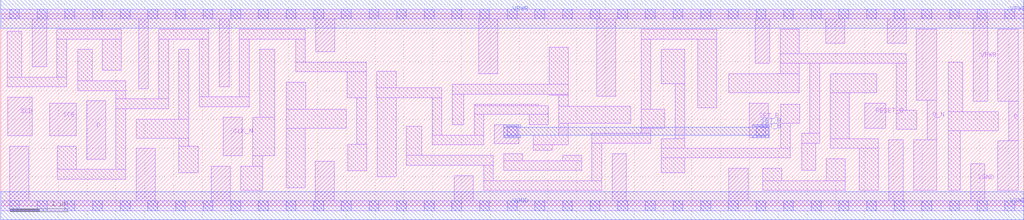
<source format=lef>
# Copyright 2020 The SkyWater PDK Authors
#
# Licensed under the Apache License, Version 2.0 (the "License");
# you may not use this file except in compliance with the License.
# You may obtain a copy of the License at
#
#     https://www.apache.org/licenses/LICENSE-2.0
#
# Unless required by applicable law or agreed to in writing, software
# distributed under the License is distributed on an "AS IS" BASIS,
# WITHOUT WARRANTIES OR CONDITIONS OF ANY KIND, either express or implied.
# See the License for the specific language governing permissions and
# limitations under the License.
#
# SPDX-License-Identifier: Apache-2.0

VERSION 5.7 ;
  NAMESCASESENSITIVE ON ;
  NOWIREEXTENSIONATPIN ON ;
  DIVIDERCHAR "/" ;
  BUSBITCHARS "[]" ;
UNITS
  DATABASE MICRONS 200 ;
END UNITS
MACRO sky130_fd_sc_lp__sdfbbn_1
  CLASS CORE ;
  SOURCE USER ;
  FOREIGN sky130_fd_sc_lp__sdfbbn_1 ;
  ORIGIN  0.000000  0.000000 ;
  SIZE  17.76000 BY  3.330000 ;
  SYMMETRY X Y R90 ;
  SITE unit ;
  PIN D
    ANTENNAGATEAREA  0.159000 ;
    DIRECTION INPUT ;
    USE SIGNAL ;
    PORT
      LAYER li1 ;
        RECT 1.490000 0.810000 1.820000 1.820000 ;
    END
  END D
  PIN Q
    ANTENNADIFFAREA  0.598500 ;
    DIRECTION OUTPUT ;
    USE SIGNAL ;
    PORT
      LAYER li1 ;
        RECT 17.315000 0.265000 17.670000 1.125000 ;
        RECT 17.315000 1.815000 17.670000 3.065000 ;
        RECT 17.500000 1.125000 17.670000 1.815000 ;
    END
  END Q
  PIN Q_N
    ANTENNADIFFAREA  0.592200 ;
    DIRECTION OUTPUT ;
    USE SIGNAL ;
    PORT
      LAYER li1 ;
        RECT 15.850000 0.265000 16.255000 1.145000 ;
        RECT 15.900000 1.835000 16.255000 3.065000 ;
        RECT 16.085000 1.145000 16.255000 1.835000 ;
    END
  END Q_N
  PIN RESET_B
    ANTENNAGATEAREA  0.159000 ;
    DIRECTION INPUT ;
    USE SIGNAL ;
    PORT
      LAYER li1 ;
        RECT 15.005000 1.345000 15.365000 1.780000 ;
    END
  END RESET_B
  PIN SCD
    ANTENNAGATEAREA  0.159000 ;
    DIRECTION INPUT ;
    USE SIGNAL ;
    PORT
      LAYER li1 ;
        RECT 0.125000 1.215000 0.550000 1.885000 ;
    END
  END SCD
  PIN SCE
    ANTENNAGATEAREA  0.318000 ;
    DIRECTION INPUT ;
    USE SIGNAL ;
    PORT
      LAYER li1 ;
        RECT 0.850000 1.215000 1.310000 1.780000 ;
    END
  END SCE
  PIN SET_B
    ANTENNAGATEAREA  0.444000 ;
    DIRECTION INPUT ;
    USE SIGNAL ;
    PORT
      LAYER li1 ;
        RECT  8.570000 1.080000  8.995000 1.410000 ;
        RECT 13.000000 1.180000 13.330000 1.780000 ;
      LAYER mcon ;
        RECT  8.795000 1.210000  8.965000 1.380000 ;
        RECT 13.115000 1.210000 13.285000 1.380000 ;
      LAYER met1 ;
        RECT  8.735000 1.180000  9.025000 1.225000 ;
        RECT  8.735000 1.225000 13.345000 1.365000 ;
        RECT  8.735000 1.365000  9.025000 1.410000 ;
        RECT 13.055000 1.180000 13.345000 1.225000 ;
        RECT 13.055000 1.365000 13.345000 1.410000 ;
    END
  END SET_B
  PIN CLK_N
    ANTENNAGATEAREA  0.159000 ;
    DIRECTION INPUT ;
    USE CLOCK ;
    PORT
      LAYER li1 ;
        RECT 3.860000 0.870000 4.195000 1.540000 ;
    END
  END CLK_N
  PIN VGND
    DIRECTION INOUT ;
    USE GROUND ;
    PORT
      LAYER li1 ;
        RECT  0.000000 -0.085000 17.760000 0.085000 ;
        RECT  0.155000  0.085000  0.485000 1.035000 ;
        RECT  2.350000  0.085000  2.680000 0.995000 ;
        RECT  3.655000  0.085000  3.985000 0.690000 ;
        RECT  5.465000  0.085000  5.795000 0.770000 ;
        RECT  7.875000  0.085000  8.205000 0.525000 ;
        RECT 10.615000  0.085000 10.865000 0.905000 ;
        RECT 12.645000  0.085000 12.975000 0.650000 ;
        RECT 15.420000  0.085000 15.670000 1.145000 ;
        RECT 16.840000  0.085000 17.090000 0.725000 ;
      LAYER mcon ;
        RECT  0.155000 -0.085000  0.325000 0.085000 ;
        RECT  0.635000 -0.085000  0.805000 0.085000 ;
        RECT  1.115000 -0.085000  1.285000 0.085000 ;
        RECT  1.595000 -0.085000  1.765000 0.085000 ;
        RECT  2.075000 -0.085000  2.245000 0.085000 ;
        RECT  2.555000 -0.085000  2.725000 0.085000 ;
        RECT  3.035000 -0.085000  3.205000 0.085000 ;
        RECT  3.515000 -0.085000  3.685000 0.085000 ;
        RECT  3.995000 -0.085000  4.165000 0.085000 ;
        RECT  4.475000 -0.085000  4.645000 0.085000 ;
        RECT  4.955000 -0.085000  5.125000 0.085000 ;
        RECT  5.435000 -0.085000  5.605000 0.085000 ;
        RECT  5.915000 -0.085000  6.085000 0.085000 ;
        RECT  6.395000 -0.085000  6.565000 0.085000 ;
        RECT  6.875000 -0.085000  7.045000 0.085000 ;
        RECT  7.355000 -0.085000  7.525000 0.085000 ;
        RECT  7.835000 -0.085000  8.005000 0.085000 ;
        RECT  8.315000 -0.085000  8.485000 0.085000 ;
        RECT  8.795000 -0.085000  8.965000 0.085000 ;
        RECT  9.275000 -0.085000  9.445000 0.085000 ;
        RECT  9.755000 -0.085000  9.925000 0.085000 ;
        RECT 10.235000 -0.085000 10.405000 0.085000 ;
        RECT 10.715000 -0.085000 10.885000 0.085000 ;
        RECT 11.195000 -0.085000 11.365000 0.085000 ;
        RECT 11.675000 -0.085000 11.845000 0.085000 ;
        RECT 12.155000 -0.085000 12.325000 0.085000 ;
        RECT 12.635000 -0.085000 12.805000 0.085000 ;
        RECT 13.115000 -0.085000 13.285000 0.085000 ;
        RECT 13.595000 -0.085000 13.765000 0.085000 ;
        RECT 14.075000 -0.085000 14.245000 0.085000 ;
        RECT 14.555000 -0.085000 14.725000 0.085000 ;
        RECT 15.035000 -0.085000 15.205000 0.085000 ;
        RECT 15.515000 -0.085000 15.685000 0.085000 ;
        RECT 15.995000 -0.085000 16.165000 0.085000 ;
        RECT 16.475000 -0.085000 16.645000 0.085000 ;
        RECT 16.955000 -0.085000 17.125000 0.085000 ;
        RECT 17.435000 -0.085000 17.605000 0.085000 ;
      LAYER met1 ;
        RECT 0.000000 -0.245000 17.760000 0.245000 ;
    END
  END VGND
  PIN VPWR
    DIRECTION INOUT ;
    USE POWER ;
    PORT
      LAYER li1 ;
        RECT  0.000000 3.245000 17.760000 3.415000 ;
        RECT  0.545000 2.415000  0.795000 3.245000 ;
        RECT  2.395000 2.035000  2.565000 3.245000 ;
        RECT  3.795000 2.070000  3.965000 3.245000 ;
        RECT  5.470000 2.675000  5.800000 3.245000 ;
        RECT  8.300000 2.290000  8.630000 3.245000 ;
        RECT 10.345000 1.905000 10.675000 3.245000 ;
        RECT 13.105000 2.470000 13.355000 3.245000 ;
        RECT 14.325000 2.820000 14.655000 3.245000 ;
        RECT 15.390000 2.820000 15.720000 3.245000 ;
        RECT 16.885000 1.815000 17.135000 3.245000 ;
      LAYER mcon ;
        RECT  0.155000 3.245000  0.325000 3.415000 ;
        RECT  0.635000 3.245000  0.805000 3.415000 ;
        RECT  1.115000 3.245000  1.285000 3.415000 ;
        RECT  1.595000 3.245000  1.765000 3.415000 ;
        RECT  2.075000 3.245000  2.245000 3.415000 ;
        RECT  2.555000 3.245000  2.725000 3.415000 ;
        RECT  3.035000 3.245000  3.205000 3.415000 ;
        RECT  3.515000 3.245000  3.685000 3.415000 ;
        RECT  3.995000 3.245000  4.165000 3.415000 ;
        RECT  4.475000 3.245000  4.645000 3.415000 ;
        RECT  4.955000 3.245000  5.125000 3.415000 ;
        RECT  5.435000 3.245000  5.605000 3.415000 ;
        RECT  5.915000 3.245000  6.085000 3.415000 ;
        RECT  6.395000 3.245000  6.565000 3.415000 ;
        RECT  6.875000 3.245000  7.045000 3.415000 ;
        RECT  7.355000 3.245000  7.525000 3.415000 ;
        RECT  7.835000 3.245000  8.005000 3.415000 ;
        RECT  8.315000 3.245000  8.485000 3.415000 ;
        RECT  8.795000 3.245000  8.965000 3.415000 ;
        RECT  9.275000 3.245000  9.445000 3.415000 ;
        RECT  9.755000 3.245000  9.925000 3.415000 ;
        RECT 10.235000 3.245000 10.405000 3.415000 ;
        RECT 10.715000 3.245000 10.885000 3.415000 ;
        RECT 11.195000 3.245000 11.365000 3.415000 ;
        RECT 11.675000 3.245000 11.845000 3.415000 ;
        RECT 12.155000 3.245000 12.325000 3.415000 ;
        RECT 12.635000 3.245000 12.805000 3.415000 ;
        RECT 13.115000 3.245000 13.285000 3.415000 ;
        RECT 13.595000 3.245000 13.765000 3.415000 ;
        RECT 14.075000 3.245000 14.245000 3.415000 ;
        RECT 14.555000 3.245000 14.725000 3.415000 ;
        RECT 15.035000 3.245000 15.205000 3.415000 ;
        RECT 15.515000 3.245000 15.685000 3.415000 ;
        RECT 15.995000 3.245000 16.165000 3.415000 ;
        RECT 16.475000 3.245000 16.645000 3.415000 ;
        RECT 16.955000 3.245000 17.125000 3.415000 ;
        RECT 17.435000 3.245000 17.605000 3.415000 ;
      LAYER met1 ;
        RECT 0.000000 3.085000 17.760000 3.575000 ;
    END
  END VPWR
  OBS
    LAYER li1 ;
      RECT  0.115000 2.065000  1.145000 2.235000 ;
      RECT  0.115000 2.235000  0.365000 3.030000 ;
      RECT  0.975000 2.235000  1.145000 2.895000 ;
      RECT  0.975000 2.895000  2.095000 3.065000 ;
      RECT  0.980000 0.460000  2.170000 0.630000 ;
      RECT  0.980000 0.630000  1.310000 1.035000 ;
      RECT  1.335000 2.000000  2.170000 2.170000 ;
      RECT  1.335000 2.170000  1.585000 2.715000 ;
      RECT  1.765000 2.350000  2.095000 2.895000 ;
      RECT  2.000000 0.630000  2.170000 1.685000 ;
      RECT  2.000000 1.685000  2.915000 1.855000 ;
      RECT  2.000000 1.855000  2.170000 2.000000 ;
      RECT  2.350000 1.175000  3.265000 1.505000 ;
      RECT  2.745000 1.855000  2.915000 2.895000 ;
      RECT  2.745000 2.895000  3.615000 3.065000 ;
      RECT  3.095000 0.575000  3.425000 1.035000 ;
      RECT  3.095000 1.035000  3.265000 1.175000 ;
      RECT  3.095000 1.505000  3.265000 2.715000 ;
      RECT  3.445000 1.720000  4.315000 1.890000 ;
      RECT  3.445000 1.890000  3.615000 2.895000 ;
      RECT  4.145000 1.890000  4.315000 2.895000 ;
      RECT  4.145000 2.895000  5.290000 3.065000 ;
      RECT  4.165000 0.265000  4.545000 0.690000 ;
      RECT  4.375000 0.690000  4.545000 0.870000 ;
      RECT  4.375000 0.870000  4.760000 1.540000 ;
      RECT  4.495000 1.540000  4.760000 2.715000 ;
      RECT  4.955000 0.310000  5.285000 1.345000 ;
      RECT  4.955000 1.345000  6.000000 1.675000 ;
      RECT  4.955000 1.675000  5.295000 2.145000 ;
      RECT  5.120000 2.325000  6.350000 2.495000 ;
      RECT  5.120000 2.495000  5.290000 2.895000 ;
      RECT  6.020000 1.875000  6.350000 2.325000 ;
      RECT  6.025000 0.605000  6.355000 1.065000 ;
      RECT  6.180000 1.065000  6.350000 1.875000 ;
      RECT  6.530000 1.875000  7.660000 2.045000 ;
      RECT  6.530000 2.045000  6.865000 2.335000 ;
      RECT  6.535000 0.500000  6.865000 1.875000 ;
      RECT  7.045000 0.705000  8.555000 0.875000 ;
      RECT  7.045000 0.875000  7.310000 1.380000 ;
      RECT  7.490000 1.055000  8.390000 1.225000 ;
      RECT  7.490000 1.225000  7.660000 1.875000 ;
      RECT  7.840000 1.405000  8.040000 1.940000 ;
      RECT  7.840000 1.940000  9.855000 2.110000 ;
      RECT  8.220000 1.225000  8.390000 1.590000 ;
      RECT  8.220000 1.590000  9.505000 1.735000 ;
      RECT  8.220000 1.735000  9.345000 1.760000 ;
      RECT  8.385000 0.265000 10.435000 0.435000 ;
      RECT  8.385000 0.435000  8.555000 0.705000 ;
      RECT  8.735000 0.615000 10.085000 0.785000 ;
      RECT  8.735000 0.785000  9.065000 0.900000 ;
      RECT  9.175000 1.405000  9.505000 1.590000 ;
      RECT  9.245000 0.965000  9.575000 1.055000 ;
      RECT  9.245000 1.055000  9.855000 1.225000 ;
      RECT  9.525000 1.915000  9.855000 1.940000 ;
      RECT  9.525000 2.110000  9.855000 2.755000 ;
      RECT  9.685000 1.225000  9.855000 1.435000 ;
      RECT  9.685000 1.435000 10.940000 1.725000 ;
      RECT  9.685000 1.725000  9.855000 1.915000 ;
      RECT  9.755000 0.785000 10.085000 0.875000 ;
      RECT 10.265000 0.435000 10.435000 1.085000 ;
      RECT 10.265000 1.085000 11.290000 1.255000 ;
      RECT 11.120000 1.255000 11.290000 1.345000 ;
      RECT 11.120000 1.345000 11.530000 1.675000 ;
      RECT 11.120000 1.675000 11.290000 2.895000 ;
      RECT 11.120000 2.895000 12.430000 3.065000 ;
      RECT 11.470000 0.575000 11.880000 0.830000 ;
      RECT 11.470000 0.830000 13.710000 1.000000 ;
      RECT 11.470000 1.000000 11.880000 1.165000 ;
      RECT 11.470000 2.120000 11.880000 2.715000 ;
      RECT 11.710000 1.165000 11.880000 2.120000 ;
      RECT 12.100000 1.700000 12.430000 2.895000 ;
      RECT 12.640000 1.960000 13.865000 2.290000 ;
      RECT 13.235000 0.265000 14.665000 0.435000 ;
      RECT 13.235000 0.435000 13.565000 0.650000 ;
      RECT 13.535000 2.290000 13.865000 2.470000 ;
      RECT 13.535000 2.470000 15.720000 2.640000 ;
      RECT 13.535000 2.640000 13.865000 3.065000 ;
      RECT 13.540000 1.000000 13.710000 1.435000 ;
      RECT 13.540000 1.435000 13.870000 1.765000 ;
      RECT 13.905000 0.615000 14.155000 1.085000 ;
      RECT 13.905000 1.085000 14.220000 1.255000 ;
      RECT 14.050000 1.255000 14.220000 2.470000 ;
      RECT 14.335000 0.435000 14.665000 0.815000 ;
      RECT 14.400000 0.995000 15.240000 1.165000 ;
      RECT 14.400000 1.165000 14.730000 1.960000 ;
      RECT 14.400000 1.960000 15.210000 2.290000 ;
      RECT 14.910000 0.265000 15.240000 0.995000 ;
      RECT 15.550000 1.325000 15.905000 1.655000 ;
      RECT 15.550000 1.655000 15.720000 2.470000 ;
      RECT 16.455000 0.265000 16.660000 1.305000 ;
      RECT 16.455000 1.305000 17.320000 1.635000 ;
      RECT 16.455000 1.635000 16.705000 2.495000 ;
  END
END sky130_fd_sc_lp__sdfbbn_1

</source>
